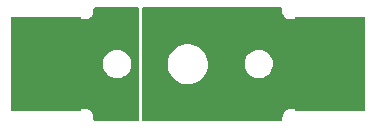
<source format=gbr>
%TF.GenerationSoftware,KiCad,Pcbnew,(6.0.0)*%
%TF.CreationDate,2022-08-17T22:15:53+12:00*%
%TF.ProjectId,TWIST_SWITCH,54574953-545f-4535-9749-5443482e6b69,v1.1*%
%TF.SameCoordinates,Original*%
%TF.FileFunction,Copper,L1,Top*%
%TF.FilePolarity,Positive*%
%FSLAX46Y46*%
G04 Gerber Fmt 4.6, Leading zero omitted, Abs format (unit mm)*
G04 Created by KiCad (PCBNEW (6.0.0)) date 2022-08-17 22:15:53*
%MOMM*%
%LPD*%
G01*
G04 APERTURE LIST*
%TA.AperFunction,ConnectorPad*%
%ADD10R,6.000000X8.000000*%
%TD*%
%TA.AperFunction,ComponentPad*%
%ADD11C,3.400000*%
%TD*%
%TA.AperFunction,ViaPad*%
%ADD12C,0.700000*%
%TD*%
G04 APERTURE END LIST*
D10*
%TO.P,H3,1,1*%
%TO.N,GND2*%
X212000000Y-150000000D03*
D11*
X212000000Y-150000000D03*
%TD*%
D10*
%TO.P,H1,1,1*%
%TO.N,GND1*%
X188000000Y-150000000D03*
D11*
X188000000Y-150000000D03*
%TD*%
D12*
%TO.N,GND2*%
X204500000Y-152500000D03*
X205500000Y-152500000D03*
X206500000Y-152500000D03*
X206500000Y-148500000D03*
X205500000Y-148500000D03*
X204500000Y-148500000D03*
X204500000Y-149500000D03*
X204500000Y-150500000D03*
X204500000Y-151500000D03*
X205500000Y-151500000D03*
X206500000Y-151500000D03*
X208500000Y-146500000D03*
X208500000Y-149500000D03*
X208500000Y-150500000D03*
X208500000Y-151500000D03*
X208500000Y-152500000D03*
X208500000Y-153500000D03*
X207500000Y-154400000D03*
X207500000Y-153500000D03*
X207500000Y-152500000D03*
X207500000Y-151500000D03*
X207500000Y-150500000D03*
X207500000Y-149500000D03*
X207500000Y-148500000D03*
X207500000Y-145600000D03*
X207500000Y-146500000D03*
X208500000Y-148500000D03*
X204500000Y-147500000D03*
X205500000Y-147500000D03*
X206500000Y-147500000D03*
X207500000Y-147500000D03*
X208500000Y-147500000D03*
%TO.N,GND1*%
X192500000Y-154400000D03*
X192500000Y-153500000D03*
X194500000Y-151500000D03*
X193500000Y-151500000D03*
X192500000Y-151500000D03*
X192500000Y-150500000D03*
X192500000Y-149500000D03*
X193500000Y-148500000D03*
X194500000Y-148500000D03*
X195500000Y-148500000D03*
X195500000Y-149500000D03*
X195500000Y-150500000D03*
X195500000Y-151500000D03*
X195500000Y-152500000D03*
X194500000Y-152500000D03*
X193500000Y-152500000D03*
X192500000Y-152500000D03*
X191500000Y-153500000D03*
X191500000Y-152500000D03*
X191500000Y-151500000D03*
X191500000Y-150500000D03*
X191500000Y-149500000D03*
X191500000Y-148500000D03*
X192500000Y-148500000D03*
X192500000Y-145600000D03*
X192500000Y-146500000D03*
X191500000Y-146500000D03*
X195500000Y-147500000D03*
X194500000Y-147500000D03*
X193500000Y-147500000D03*
X192500000Y-147500000D03*
X191500000Y-147500000D03*
%TO.N,GND2*%
X214500000Y-153500000D03*
X209500000Y-146500000D03*
X213500000Y-151500000D03*
X212500000Y-152500000D03*
X212500000Y-146500000D03*
X209500000Y-147500000D03*
X213500000Y-147500000D03*
X209500000Y-148500000D03*
X212500000Y-147500000D03*
X210500000Y-146500000D03*
X210500000Y-147500000D03*
X209500000Y-153500000D03*
X211500000Y-146500000D03*
X214500000Y-148500000D03*
X214500000Y-151500000D03*
X213500000Y-153500000D03*
X211500000Y-153500000D03*
X214500000Y-147500000D03*
X211500000Y-152500000D03*
X210500000Y-152500000D03*
X214500000Y-152500000D03*
X213500000Y-148500000D03*
X211500000Y-147500000D03*
X214500000Y-146500000D03*
X213500000Y-152500000D03*
X209500000Y-150500000D03*
X213500000Y-146500000D03*
X214500000Y-149500000D03*
X210500000Y-148500000D03*
X209500000Y-151500000D03*
X212500000Y-153500000D03*
X210500000Y-153500000D03*
X209500000Y-149500000D03*
X209500000Y-152500000D03*
X214500000Y-150500000D03*
X210500000Y-151500000D03*
%TO.N,GND1*%
X189500000Y-146500000D03*
X187500000Y-153500000D03*
X187500000Y-147500000D03*
X187500000Y-152500000D03*
X188500000Y-152500000D03*
X185500000Y-149500000D03*
X186500000Y-147500000D03*
X190500000Y-150500000D03*
X185500000Y-151500000D03*
X185500000Y-152500000D03*
X189500000Y-147500000D03*
X185500000Y-148500000D03*
X190500000Y-152500000D03*
X186500000Y-148500000D03*
X189500000Y-152500000D03*
X186500000Y-151500000D03*
X189500000Y-148500000D03*
X186500000Y-153500000D03*
X190500000Y-153500000D03*
X188500000Y-153500000D03*
X190500000Y-147500000D03*
X189500000Y-153500000D03*
X185500000Y-150500000D03*
X190500000Y-151500000D03*
X188500000Y-146500000D03*
X188500000Y-147500000D03*
X185500000Y-153500000D03*
X186500000Y-146500000D03*
X190500000Y-146500000D03*
X190500000Y-149500000D03*
X186500000Y-152500000D03*
X190500000Y-148500000D03*
X187500000Y-146500000D03*
X185500000Y-147500000D03*
X189500000Y-151500000D03*
X185500000Y-146500000D03*
%TD*%
%TA.AperFunction,Conductor*%
%TO.N,GND1*%
G36*
X195842121Y-145220002D02*
G01*
X195888614Y-145273658D01*
X195900000Y-145326000D01*
X195900000Y-154674000D01*
X195879998Y-154742121D01*
X195826342Y-154788614D01*
X195774000Y-154800000D01*
X192126000Y-154800000D01*
X192057879Y-154779998D01*
X192011386Y-154726342D01*
X192000000Y-154674000D01*
X192000000Y-154537312D01*
X192003254Y-154508860D01*
X192005142Y-154500716D01*
X192005143Y-154500000D01*
X192003561Y-154493063D01*
X192003398Y-154491609D01*
X192001274Y-154478540D01*
X191990477Y-154368932D01*
X191989871Y-154362776D01*
X191949845Y-154230825D01*
X191884845Y-154109219D01*
X191797369Y-154002631D01*
X191690781Y-153915155D01*
X191569175Y-153850155D01*
X191503199Y-153830142D01*
X191443142Y-153811924D01*
X191443140Y-153811924D01*
X191437224Y-153810129D01*
X191360856Y-153802607D01*
X191322546Y-153798833D01*
X191309335Y-153796661D01*
X191307669Y-153796469D01*
X191300716Y-153794858D01*
X191300000Y-153794857D01*
X191291282Y-153796846D01*
X191263267Y-153800000D01*
X185326000Y-153800000D01*
X185257879Y-153779998D01*
X185211386Y-153726342D01*
X185200000Y-153674000D01*
X185200000Y-150094594D01*
X192798074Y-150094594D01*
X192799053Y-150100291D01*
X192799053Y-150100292D01*
X192803475Y-150126024D01*
X192835438Y-150312043D01*
X192911804Y-150519043D01*
X193024614Y-150708659D01*
X193170090Y-150874543D01*
X193343360Y-151011137D01*
X193538620Y-151113869D01*
X193749333Y-151179297D01*
X193755070Y-151179976D01*
X193924789Y-151200064D01*
X193924795Y-151200064D01*
X193928476Y-151200500D01*
X194055970Y-151200500D01*
X194219711Y-151185454D01*
X194225273Y-151183885D01*
X194225275Y-151183885D01*
X194325887Y-151155510D01*
X194432064Y-151125565D01*
X194629947Y-151027980D01*
X194652503Y-151011137D01*
X194802109Y-150899420D01*
X194802110Y-150899420D01*
X194806733Y-150895967D01*
X194956501Y-150733949D01*
X195074236Y-150547350D01*
X195155994Y-150342421D01*
X195199038Y-150126024D01*
X195199450Y-150094594D01*
X195201850Y-149911188D01*
X195201926Y-149905406D01*
X195200947Y-149899708D01*
X195165541Y-149693654D01*
X195165541Y-149693653D01*
X195164562Y-149687957D01*
X195088196Y-149480957D01*
X194975386Y-149291341D01*
X194829910Y-149125457D01*
X194656640Y-148988863D01*
X194461380Y-148886131D01*
X194250667Y-148820703D01*
X194236718Y-148819052D01*
X194075211Y-148799936D01*
X194075205Y-148799936D01*
X194071524Y-148799500D01*
X193944030Y-148799500D01*
X193780289Y-148814546D01*
X193774727Y-148816115D01*
X193774725Y-148816115D01*
X193674113Y-148844490D01*
X193567936Y-148874435D01*
X193370053Y-148972020D01*
X193365427Y-148975474D01*
X193365426Y-148975475D01*
X193342709Y-148992439D01*
X193193267Y-149104033D01*
X193043499Y-149266051D01*
X192925764Y-149452650D01*
X192844006Y-149657579D01*
X192800962Y-149873976D01*
X192800886Y-149879751D01*
X192800886Y-149879755D01*
X192800475Y-149911188D01*
X192798074Y-150094594D01*
X185200000Y-150094594D01*
X185200000Y-146326000D01*
X185220002Y-146257879D01*
X185273658Y-146211386D01*
X185326000Y-146200000D01*
X191262688Y-146200000D01*
X191291137Y-146203254D01*
X191299284Y-146205142D01*
X191300000Y-146205143D01*
X191306937Y-146203561D01*
X191308391Y-146203398D01*
X191321460Y-146201274D01*
X191373459Y-146196152D01*
X191437224Y-146189871D01*
X191443140Y-146188076D01*
X191443142Y-146188076D01*
X191503200Y-146169858D01*
X191569175Y-146149845D01*
X191690781Y-146084845D01*
X191738785Y-146045449D01*
X191792589Y-146001292D01*
X191797369Y-145997369D01*
X191884845Y-145890781D01*
X191949845Y-145769175D01*
X191989871Y-145637224D01*
X192001167Y-145522546D01*
X192003339Y-145509335D01*
X192003531Y-145507669D01*
X192005142Y-145500716D01*
X192005143Y-145500000D01*
X192003154Y-145491282D01*
X192000000Y-145463267D01*
X192000000Y-145326000D01*
X192020002Y-145257879D01*
X192073658Y-145211386D01*
X192126000Y-145200000D01*
X195774000Y-145200000D01*
X195842121Y-145220002D01*
G37*
%TD.AperFunction*%
%TD*%
%TA.AperFunction,Conductor*%
%TO.N,GND2*%
G36*
X207942121Y-145220002D02*
G01*
X207988614Y-145273658D01*
X208000000Y-145326000D01*
X208000000Y-145462688D01*
X207996746Y-145491137D01*
X207994858Y-145499284D01*
X207994857Y-145500000D01*
X207996439Y-145506937D01*
X207996602Y-145508391D01*
X207998726Y-145521460D01*
X208010129Y-145637224D01*
X208050155Y-145769175D01*
X208115155Y-145890781D01*
X208119080Y-145895564D01*
X208119081Y-145895565D01*
X208198708Y-145992589D01*
X208202631Y-145997369D01*
X208309219Y-146084845D01*
X208430825Y-146149845D01*
X208496800Y-146169858D01*
X208556858Y-146188076D01*
X208556860Y-146188076D01*
X208562776Y-146189871D01*
X208639144Y-146197393D01*
X208677454Y-146201167D01*
X208690665Y-146203339D01*
X208692331Y-146203531D01*
X208699284Y-146205142D01*
X208700000Y-146205143D01*
X208708718Y-146203154D01*
X208736733Y-146200000D01*
X214674000Y-146200000D01*
X214742121Y-146220002D01*
X214788614Y-146273658D01*
X214800000Y-146326000D01*
X214800000Y-153674000D01*
X214779998Y-153742121D01*
X214726342Y-153788614D01*
X214674000Y-153800000D01*
X208747312Y-153800000D01*
X208718863Y-153796746D01*
X208710716Y-153794858D01*
X208710000Y-153794857D01*
X208703063Y-153796439D01*
X208701609Y-153796602D01*
X208688540Y-153798726D01*
X208636541Y-153803848D01*
X208572776Y-153810129D01*
X208566860Y-153811924D01*
X208566858Y-153811924D01*
X208506801Y-153830142D01*
X208440825Y-153850155D01*
X208319219Y-153915155D01*
X208314436Y-153919080D01*
X208314435Y-153919081D01*
X208217411Y-153998708D01*
X208212631Y-154002631D01*
X208125155Y-154109219D01*
X208060155Y-154230825D01*
X208020129Y-154362776D01*
X208019523Y-154368932D01*
X208008833Y-154477454D01*
X208006661Y-154490665D01*
X208006469Y-154492331D01*
X208004858Y-154499284D01*
X208004857Y-154500000D01*
X208006846Y-154508718D01*
X208010000Y-154536733D01*
X208010000Y-154674000D01*
X207989998Y-154742121D01*
X207936342Y-154788614D01*
X207884000Y-154800000D01*
X196226000Y-154800000D01*
X196157879Y-154779998D01*
X196111386Y-154726342D01*
X196100000Y-154674000D01*
X196100000Y-149910741D01*
X198296833Y-149910741D01*
X198302929Y-150169390D01*
X198348078Y-150424142D01*
X198431241Y-150669133D01*
X198550505Y-150898725D01*
X198703125Y-151107636D01*
X198706499Y-151111028D01*
X198706501Y-151111030D01*
X198720960Y-151125565D01*
X198885589Y-151291058D01*
X198889435Y-151293899D01*
X198889440Y-151293903D01*
X199037012Y-151402901D01*
X199093698Y-151444770D01*
X199097928Y-151446996D01*
X199097932Y-151446998D01*
X199318426Y-151563005D01*
X199322663Y-151565234D01*
X199567215Y-151649679D01*
X199821726Y-151696161D01*
X199904519Y-151700500D01*
X200065782Y-151700500D01*
X200068161Y-151700319D01*
X200068162Y-151700319D01*
X200253209Y-151686243D01*
X200253214Y-151686242D01*
X200257976Y-151685880D01*
X200262630Y-151684801D01*
X200262632Y-151684801D01*
X200505351Y-151628542D01*
X200505350Y-151628542D01*
X200510015Y-151627461D01*
X200750318Y-151531590D01*
X200973354Y-151400473D01*
X200977065Y-151397452D01*
X200977069Y-151397449D01*
X201170279Y-151240151D01*
X201173991Y-151237129D01*
X201347613Y-151045315D01*
X201372555Y-151007561D01*
X201487584Y-150833440D01*
X201490222Y-150829447D01*
X201514113Y-150777625D01*
X201596532Y-150598843D01*
X201596533Y-150598840D01*
X201598538Y-150594491D01*
X201670068Y-150345855D01*
X201674430Y-150312043D01*
X201702479Y-150094594D01*
X204798074Y-150094594D01*
X204799053Y-150100291D01*
X204799053Y-150100292D01*
X204811735Y-150174095D01*
X204835438Y-150312043D01*
X204911804Y-150519043D01*
X204914756Y-150524004D01*
X204914756Y-150524005D01*
X205003622Y-150673374D01*
X205024614Y-150708659D01*
X205170090Y-150874543D01*
X205343360Y-151011137D01*
X205538620Y-151113869D01*
X205749333Y-151179297D01*
X205755070Y-151179976D01*
X205924789Y-151200064D01*
X205924795Y-151200064D01*
X205928476Y-151200500D01*
X206055970Y-151200500D01*
X206219711Y-151185454D01*
X206225273Y-151183885D01*
X206225275Y-151183885D01*
X206325887Y-151155510D01*
X206432064Y-151125565D01*
X206629947Y-151027980D01*
X206641787Y-151019139D01*
X206802109Y-150899420D01*
X206802110Y-150899420D01*
X206806733Y-150895967D01*
X206956501Y-150733949D01*
X207074236Y-150547350D01*
X207155994Y-150342421D01*
X207199038Y-150126024D01*
X207199450Y-150094594D01*
X207200938Y-149980861D01*
X207201926Y-149905406D01*
X207199729Y-149892621D01*
X207165541Y-149693654D01*
X207165541Y-149693653D01*
X207164562Y-149687957D01*
X207088196Y-149480957D01*
X207014027Y-149356291D01*
X206978340Y-149296306D01*
X206978339Y-149296305D01*
X206975386Y-149291341D01*
X206829910Y-149125457D01*
X206656640Y-148988863D01*
X206461380Y-148886131D01*
X206250667Y-148820703D01*
X206236718Y-148819052D01*
X206075211Y-148799936D01*
X206075205Y-148799936D01*
X206071524Y-148799500D01*
X205944030Y-148799500D01*
X205780289Y-148814546D01*
X205774727Y-148816115D01*
X205774725Y-148816115D01*
X205674113Y-148844490D01*
X205567936Y-148874435D01*
X205370053Y-148972020D01*
X205365427Y-148975474D01*
X205365426Y-148975475D01*
X205342709Y-148992439D01*
X205193267Y-149104033D01*
X205043499Y-149266051D01*
X204925764Y-149452650D01*
X204844006Y-149657579D01*
X204800962Y-149873976D01*
X204800886Y-149879751D01*
X204800886Y-149879755D01*
X204800475Y-149911188D01*
X204798074Y-150094594D01*
X201702479Y-150094594D01*
X201702556Y-150093996D01*
X201703167Y-150089259D01*
X201697071Y-149830610D01*
X201651922Y-149575858D01*
X201568759Y-149330867D01*
X201449495Y-149101275D01*
X201296875Y-148892364D01*
X201293353Y-148888823D01*
X201117786Y-148712335D01*
X201114411Y-148708942D01*
X201110565Y-148706101D01*
X201110560Y-148706097D01*
X200910154Y-148558075D01*
X200910153Y-148558074D01*
X200906302Y-148555230D01*
X200902072Y-148553004D01*
X200902068Y-148553002D01*
X200681574Y-148436995D01*
X200681572Y-148436994D01*
X200677337Y-148434766D01*
X200432785Y-148350321D01*
X200178274Y-148303839D01*
X200095481Y-148299500D01*
X199934218Y-148299500D01*
X199931839Y-148299681D01*
X199931838Y-148299681D01*
X199746791Y-148313757D01*
X199746786Y-148313758D01*
X199742024Y-148314120D01*
X199737370Y-148315199D01*
X199737368Y-148315199D01*
X199589551Y-148349461D01*
X199489985Y-148372539D01*
X199249682Y-148468410D01*
X199026646Y-148599527D01*
X199022935Y-148602548D01*
X199022931Y-148602551D01*
X198888083Y-148712335D01*
X198826009Y-148762871D01*
X198652387Y-148954685D01*
X198649746Y-148958683D01*
X198649745Y-148958684D01*
X198609807Y-149019139D01*
X198509778Y-149170553D01*
X198507777Y-149174893D01*
X198507775Y-149174897D01*
X198403468Y-149401157D01*
X198401462Y-149405509D01*
X198329932Y-149654145D01*
X198329321Y-149658883D01*
X198329320Y-149658887D01*
X198314004Y-149777625D01*
X198296833Y-149910741D01*
X196100000Y-149910741D01*
X196100000Y-145326000D01*
X196120002Y-145257879D01*
X196173658Y-145211386D01*
X196226000Y-145200000D01*
X207874000Y-145200000D01*
X207942121Y-145220002D01*
G37*
%TD.AperFunction*%
%TD*%
M02*

</source>
